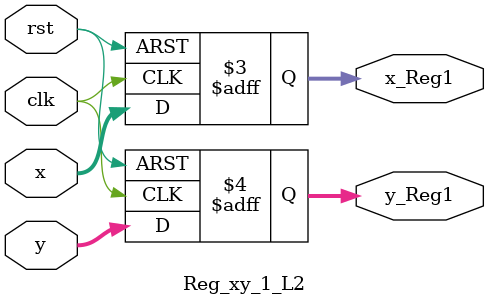
<source format=v>
module Reg_xy_1_L2(x_Reg1,y_Reg1,clk,rst,x,y);
output reg [4:0] x_Reg1,y_Reg1;
input clk,rst;
input [4:0] x,y;

always @ (posedge clk or negedge rst)
	begin
		if (!rst )
			begin 
				x_Reg1<=0; 
				y_Reg1<=0;
			end
		else  
			begin
				x_Reg1<=x; 
				y_Reg1<=y;
			end
	end

endmodule

</source>
